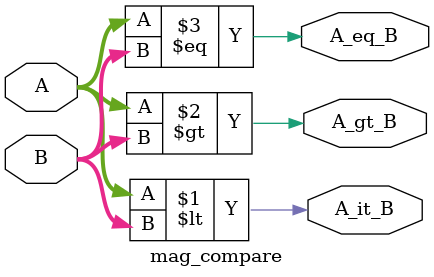
<source format=v>
module mag_compare(
   output A_it_B, A_eq_B, A_gt_B,
   input [3:0]A,B
);

assign A_it_B = (A<B);
assign A_gt_B = (A>B);
assign A_eq_B = (A==B);

endmodule

</source>
